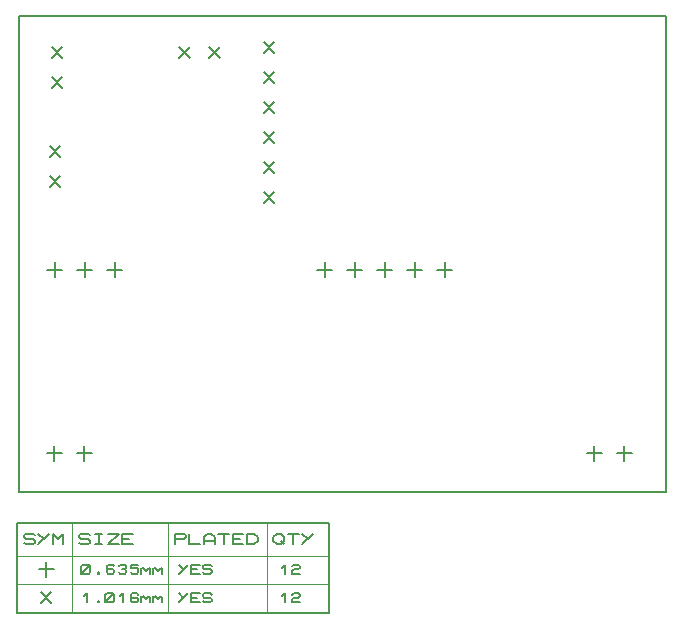
<source format=gbr>
G04 PROTEUS RS274X GERBER FILE*
%FSLAX45Y45*%
%MOMM*%
G01*
%ADD17C,0.203200*%
%ADD18C,0.127000*%
%ADD19C,0.063500*%
%TD.AperFunction*%
D17*
X+2115099Y+3336901D02*
X+2204901Y+3247099D01*
X+2115099Y+3247099D02*
X+2204901Y+3336901D01*
X+2115099Y+3844901D02*
X+2204901Y+3755099D01*
X+2115099Y+3755099D02*
X+2204901Y+3844901D01*
X+2115099Y+2574901D02*
X+2204901Y+2485099D01*
X+2115099Y+2485099D02*
X+2204901Y+2574901D01*
X+2115099Y+2828901D02*
X+2204901Y+2739099D01*
X+2115099Y+2739099D02*
X+2204901Y+2828901D01*
X+2115099Y+3082901D02*
X+2204901Y+2993099D01*
X+2115099Y+2993099D02*
X+2204901Y+3082901D01*
X+2115099Y+3590901D02*
X+2204901Y+3501099D01*
X+2115099Y+3501099D02*
X+2204901Y+3590901D01*
X+1655099Y+3804901D02*
X+1744901Y+3715099D01*
X+1655099Y+3715099D02*
X+1744901Y+3804901D01*
X+1401099Y+3804901D02*
X+1490901Y+3715099D01*
X+1401099Y+3715099D02*
X+1490901Y+3804901D01*
X+321759Y+3804256D02*
X+411561Y+3714454D01*
X+321759Y+3714454D02*
X+411561Y+3804256D01*
X+321759Y+3550256D02*
X+411561Y+3460454D01*
X+321759Y+3460454D02*
X+411561Y+3550256D01*
X+305099Y+2964901D02*
X+394901Y+2875099D01*
X+305099Y+2875099D02*
X+394901Y+2964901D01*
X+305099Y+2710901D02*
X+394901Y+2621099D01*
X+305099Y+2621099D02*
X+394901Y+2710901D01*
X+3650000Y+1983500D02*
X+3650000Y+1856500D01*
X+3586500Y+1920000D02*
X+3713500Y+1920000D01*
X+3396000Y+1983500D02*
X+3396000Y+1856500D01*
X+3332500Y+1920000D02*
X+3459500Y+1920000D01*
X+3142000Y+1983500D02*
X+3142000Y+1856500D01*
X+3078500Y+1920000D02*
X+3205500Y+1920000D01*
X+2888000Y+1983500D02*
X+2888000Y+1856500D01*
X+2824500Y+1920000D02*
X+2951500Y+1920000D01*
X+2634000Y+1983500D02*
X+2634000Y+1856500D01*
X+2570500Y+1920000D02*
X+2697500Y+1920000D01*
X+342000Y+429500D02*
X+342000Y+302500D01*
X+278500Y+366000D02*
X+405500Y+366000D01*
X+596000Y+429500D02*
X+596000Y+302500D01*
X+532500Y+366000D02*
X+659500Y+366000D01*
X+4914000Y+429500D02*
X+4914000Y+302500D01*
X+4850500Y+366000D02*
X+4977500Y+366000D01*
X+602000Y+1983500D02*
X+602000Y+1856500D01*
X+538500Y+1920000D02*
X+665500Y+1920000D01*
X+348000Y+1983500D02*
X+348000Y+1856500D01*
X+284500Y+1920000D02*
X+411500Y+1920000D01*
X+856000Y+1983500D02*
X+856000Y+1856500D01*
X+792500Y+1920000D02*
X+919500Y+1920000D01*
X+5168000Y+429500D02*
X+5168000Y+302500D01*
X+5104500Y+366000D02*
X+5231500Y+366000D01*
X+39839Y+41059D02*
X+5519039Y+41059D01*
X+5519039Y+4067899D01*
X+39839Y+4067899D01*
X+39839Y+41059D01*
D18*
X+27139Y-987641D02*
X+2671279Y-987641D01*
X+2671279Y-225641D01*
X+27139Y-225641D01*
X+27139Y-987641D01*
D19*
X+494501Y-225641D02*
X+494501Y-987641D01*
X+1307301Y-225641D02*
X+1307301Y-987641D01*
X+2140421Y-225641D02*
X+2140421Y-987641D01*
X+27139Y-498691D02*
X+2671279Y-498691D01*
X+27139Y-739991D02*
X+2671279Y-739991D01*
D18*
X+84289Y-389471D02*
X+99529Y-404711D01*
X+160489Y-404711D01*
X+175729Y-389471D01*
X+175729Y-374231D01*
X+160489Y-358991D01*
X+99529Y-358991D01*
X+84289Y-343751D01*
X+84289Y-328511D01*
X+99529Y-313271D01*
X+160489Y-313271D01*
X+175729Y-328511D01*
X+297649Y-313271D02*
X+206209Y-404711D01*
X+206209Y-313271D02*
X+251929Y-358991D01*
X+328129Y-404711D02*
X+328129Y-313271D01*
X+373849Y-358991D01*
X+419569Y-313271D01*
X+419569Y-404711D01*
X+551649Y-389471D02*
X+566889Y-404711D01*
X+627849Y-404711D01*
X+643089Y-389471D01*
X+643089Y-374231D01*
X+627849Y-358991D01*
X+566889Y-358991D01*
X+551649Y-343751D01*
X+551649Y-328511D01*
X+566889Y-313271D01*
X+627849Y-313271D01*
X+643089Y-328511D01*
X+688809Y-313271D02*
X+749769Y-313271D01*
X+719289Y-313271D02*
X+719289Y-404711D01*
X+688809Y-404711D02*
X+749769Y-404711D01*
X+795489Y-313271D02*
X+886929Y-313271D01*
X+795489Y-404711D01*
X+886929Y-404711D01*
X+1008849Y-404711D02*
X+917409Y-404711D01*
X+917409Y-313271D01*
X+1008849Y-313271D01*
X+917409Y-358991D02*
X+978369Y-358991D01*
X+1364449Y-404711D02*
X+1364449Y-313271D01*
X+1440649Y-313271D01*
X+1455889Y-328511D01*
X+1455889Y-343751D01*
X+1440649Y-358991D01*
X+1364449Y-358991D01*
X+1486369Y-313271D02*
X+1486369Y-404711D01*
X+1577809Y-404711D01*
X+1608289Y-404711D02*
X+1608289Y-343751D01*
X+1638769Y-313271D01*
X+1669249Y-313271D01*
X+1699729Y-343751D01*
X+1699729Y-404711D01*
X+1608289Y-374231D02*
X+1699729Y-374231D01*
X+1730209Y-313271D02*
X+1821649Y-313271D01*
X+1775929Y-313271D02*
X+1775929Y-404711D01*
X+1943569Y-404711D02*
X+1852129Y-404711D01*
X+1852129Y-313271D01*
X+1943569Y-313271D01*
X+1852129Y-358991D02*
X+1913089Y-358991D01*
X+1974049Y-404711D02*
X+1974049Y-313271D01*
X+2035009Y-313271D01*
X+2065489Y-343751D01*
X+2065489Y-374231D01*
X+2035009Y-404711D01*
X+1974049Y-404711D01*
X+2197569Y-343751D02*
X+2228049Y-313271D01*
X+2258529Y-313271D01*
X+2289009Y-343751D01*
X+2289009Y-374231D01*
X+2258529Y-404711D01*
X+2228049Y-404711D01*
X+2197569Y-374231D01*
X+2197569Y-343751D01*
X+2258529Y-374231D02*
X+2289009Y-404711D01*
X+2319489Y-313271D02*
X+2410929Y-313271D01*
X+2365209Y-313271D02*
X+2365209Y-404711D01*
X+2532849Y-313271D02*
X+2441409Y-404711D01*
X+2441409Y-313271D02*
X+2487129Y-358991D01*
D17*
X+273519Y-549491D02*
X+273519Y-676491D01*
X+210019Y-612991D02*
X+337019Y-612991D01*
D18*
X+570699Y-638391D02*
X+570699Y-587591D01*
X+583399Y-574891D01*
X+634199Y-574891D01*
X+646899Y-587591D01*
X+646899Y-638391D01*
X+634199Y-651091D01*
X+583399Y-651091D01*
X+570699Y-638391D01*
X+570699Y-651091D02*
X+646899Y-574891D01*
X+710399Y-638391D02*
X+723099Y-638391D01*
X+723099Y-651091D01*
X+710399Y-651091D01*
X+710399Y-638391D01*
X+850099Y-587591D02*
X+837399Y-574891D01*
X+799299Y-574891D01*
X+786599Y-587591D01*
X+786599Y-638391D01*
X+799299Y-651091D01*
X+837399Y-651091D01*
X+850099Y-638391D01*
X+850099Y-625691D01*
X+837399Y-612991D01*
X+786599Y-612991D01*
X+888199Y-587591D02*
X+900899Y-574891D01*
X+938999Y-574891D01*
X+951699Y-587591D01*
X+951699Y-600291D01*
X+938999Y-612991D01*
X+951699Y-625691D01*
X+951699Y-638391D01*
X+938999Y-651091D01*
X+900899Y-651091D01*
X+888199Y-638391D01*
X+913599Y-612991D02*
X+938999Y-612991D01*
X+1053299Y-574891D02*
X+989799Y-574891D01*
X+989799Y-600291D01*
X+1040599Y-600291D01*
X+1053299Y-612991D01*
X+1053299Y-638391D01*
X+1040599Y-651091D01*
X+1002499Y-651091D01*
X+989799Y-638391D01*
X+1078699Y-651091D02*
X+1078699Y-600291D01*
X+1078699Y-612991D02*
X+1091399Y-600291D01*
X+1116799Y-625691D01*
X+1142199Y-600291D01*
X+1154899Y-612991D01*
X+1154899Y-651091D01*
X+1180299Y-651091D02*
X+1180299Y-600291D01*
X+1180299Y-612991D02*
X+1192999Y-600291D01*
X+1218399Y-625691D01*
X+1243799Y-600291D01*
X+1256499Y-612991D01*
X+1256499Y-651091D01*
X+1472399Y-574891D02*
X+1396199Y-651091D01*
X+1396199Y-574891D02*
X+1434299Y-612991D01*
X+1573999Y-651091D02*
X+1497799Y-651091D01*
X+1497799Y-574891D01*
X+1573999Y-574891D01*
X+1497799Y-612991D02*
X+1548599Y-612991D01*
X+1599399Y-638391D02*
X+1612099Y-651091D01*
X+1662899Y-651091D01*
X+1675599Y-638391D01*
X+1675599Y-625691D01*
X+1662899Y-612991D01*
X+1612099Y-612991D01*
X+1599399Y-600291D01*
X+1599399Y-587591D01*
X+1612099Y-574891D01*
X+1662899Y-574891D01*
X+1675599Y-587591D01*
X+2267419Y-600291D02*
X+2292819Y-574891D01*
X+2292819Y-651091D01*
X+2356319Y-587591D02*
X+2369019Y-574891D01*
X+2407119Y-574891D01*
X+2419819Y-587591D01*
X+2419819Y-600291D01*
X+2407119Y-612991D01*
X+2369019Y-612991D01*
X+2356319Y-625691D01*
X+2356319Y-651091D01*
X+2419819Y-651091D01*
D17*
X+228618Y-809390D02*
X+318420Y-899192D01*
X+228618Y-899192D02*
X+318420Y-809390D01*
D18*
X+596099Y-841591D02*
X+621499Y-816191D01*
X+621499Y-892391D01*
X+710399Y-879691D02*
X+723099Y-879691D01*
X+723099Y-892391D01*
X+710399Y-892391D01*
X+710399Y-879691D01*
X+773899Y-879691D02*
X+773899Y-828891D01*
X+786599Y-816191D01*
X+837399Y-816191D01*
X+850099Y-828891D01*
X+850099Y-879691D01*
X+837399Y-892391D01*
X+786599Y-892391D01*
X+773899Y-879691D01*
X+773899Y-892391D02*
X+850099Y-816191D01*
X+900899Y-841591D02*
X+926299Y-816191D01*
X+926299Y-892391D01*
X+1053299Y-828891D02*
X+1040599Y-816191D01*
X+1002499Y-816191D01*
X+989799Y-828891D01*
X+989799Y-879691D01*
X+1002499Y-892391D01*
X+1040599Y-892391D01*
X+1053299Y-879691D01*
X+1053299Y-866991D01*
X+1040599Y-854291D01*
X+989799Y-854291D01*
X+1078699Y-892391D02*
X+1078699Y-841591D01*
X+1078699Y-854291D02*
X+1091399Y-841591D01*
X+1116799Y-866991D01*
X+1142199Y-841591D01*
X+1154899Y-854291D01*
X+1154899Y-892391D01*
X+1180299Y-892391D02*
X+1180299Y-841591D01*
X+1180299Y-854291D02*
X+1192999Y-841591D01*
X+1218399Y-866991D01*
X+1243799Y-841591D01*
X+1256499Y-854291D01*
X+1256499Y-892391D01*
X+1472399Y-816191D02*
X+1396199Y-892391D01*
X+1396199Y-816191D02*
X+1434299Y-854291D01*
X+1573999Y-892391D02*
X+1497799Y-892391D01*
X+1497799Y-816191D01*
X+1573999Y-816191D01*
X+1497799Y-854291D02*
X+1548599Y-854291D01*
X+1599399Y-879691D02*
X+1612099Y-892391D01*
X+1662899Y-892391D01*
X+1675599Y-879691D01*
X+1675599Y-866991D01*
X+1662899Y-854291D01*
X+1612099Y-854291D01*
X+1599399Y-841591D01*
X+1599399Y-828891D01*
X+1612099Y-816191D01*
X+1662899Y-816191D01*
X+1675599Y-828891D01*
X+2267419Y-841591D02*
X+2292819Y-816191D01*
X+2292819Y-892391D01*
X+2356319Y-828891D02*
X+2369019Y-816191D01*
X+2407119Y-816191D01*
X+2419819Y-828891D01*
X+2419819Y-841591D01*
X+2407119Y-854291D01*
X+2369019Y-854291D01*
X+2356319Y-866991D01*
X+2356319Y-892391D01*
X+2419819Y-892391D01*
M02*

</source>
